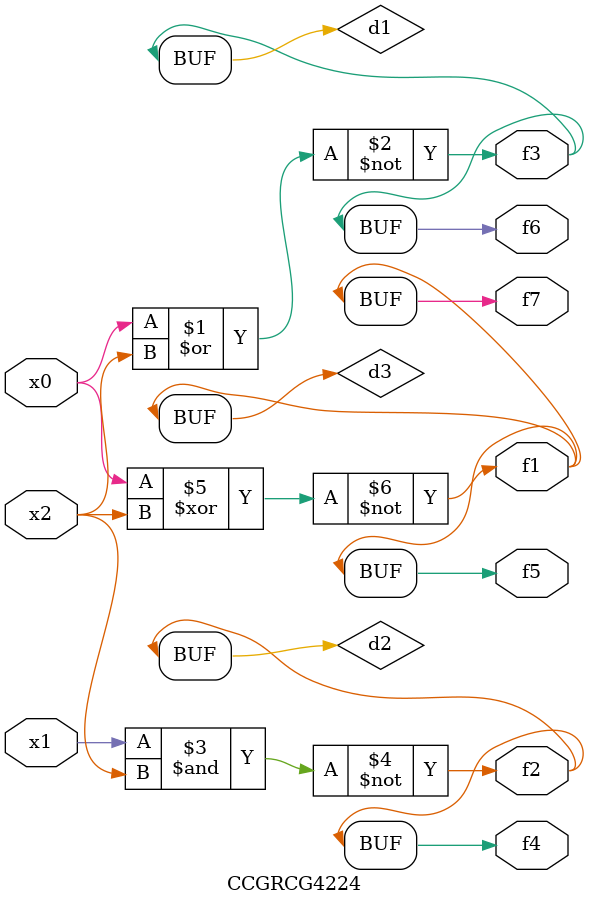
<source format=v>
module CCGRCG4224(
	input x0, x1, x2,
	output f1, f2, f3, f4, f5, f6, f7
);

	wire d1, d2, d3;

	nor (d1, x0, x2);
	nand (d2, x1, x2);
	xnor (d3, x0, x2);
	assign f1 = d3;
	assign f2 = d2;
	assign f3 = d1;
	assign f4 = d2;
	assign f5 = d3;
	assign f6 = d1;
	assign f7 = d3;
endmodule

</source>
